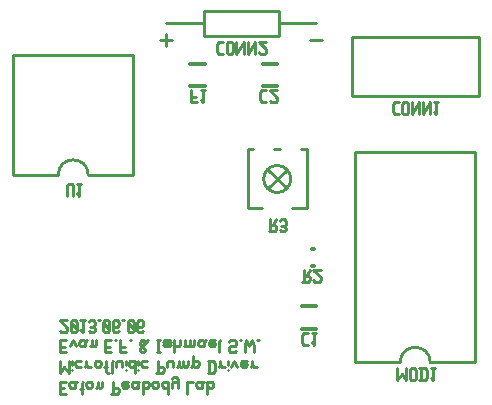
<source format=gbr>
G04 start of page 9 for group -4078 idx -4078 *
G04 Title: (unknown), bottomsilk *
G04 Creator: pcb 20110918 *
G04 CreationDate: Mon Jun 10 22:15:59 2013 UTC *
G04 For: fosse *
G04 Format: Gerber/RS-274X *
G04 PCB-Dimensions: 200000 148000 *
G04 PCB-Coordinate-Origin: lower left *
%MOIN*%
%FSLAX25Y25*%
%LNBOTTOMSILK*%
%ADD80C,0.0130*%
%ADD79C,0.0100*%
G54D79*X30000Y12300D02*X31500D01*
X30000Y14500D02*X32000D01*
X30000Y10500D02*Y14500D01*
Y10500D02*X32000D01*
X34700Y12500D02*X35200Y13000D01*
X33700Y12500D02*X34700D01*
X33200Y13000D02*X33700Y12500D01*
X33200Y13000D02*Y14000D01*
X33700Y14500D01*
X35200Y12500D02*Y14000D01*
X35700Y14500D01*
X33700D02*X34700D01*
X35200Y14000D01*
X37400Y10500D02*Y14000D01*
X37900Y14500D01*
X36900Y12000D02*X37900D01*
X38900Y13000D02*Y14000D01*
Y13000D02*X39400Y12500D01*
X40400D01*
X40900Y13000D01*
Y14000D01*
X40400Y14500D02*X40900Y14000D01*
X39400Y14500D02*X40400D01*
X38900Y14000D02*X39400Y14500D01*
X42600Y13000D02*Y14500D01*
Y13000D02*X43100Y12500D01*
X43600D01*
X44100Y13000D01*
Y14500D01*
X42100Y12500D02*X42600Y13000D01*
X47600Y10500D02*Y14500D01*
X47100Y10500D02*X49100D01*
X49600Y11000D01*
Y12000D01*
X49100Y12500D02*X49600Y12000D01*
X47600Y12500D02*X49100D01*
X51300Y14500D02*X52800D01*
X50800Y14000D02*X51300Y14500D01*
X50800Y13000D02*Y14000D01*
Y13000D02*X51300Y12500D01*
X52300D01*
X52800Y13000D01*
X50800Y13500D02*X52800D01*
Y13000D02*Y13500D01*
X55500Y12500D02*X56000Y13000D01*
X54500Y12500D02*X55500D01*
X54000Y13000D02*X54500Y12500D01*
X54000Y13000D02*Y14000D01*
X54500Y14500D01*
X56000Y12500D02*Y14000D01*
X56500Y14500D01*
X54500D02*X55500D01*
X56000Y14000D01*
X57700Y10500D02*Y14500D01*
Y14000D02*X58200Y14500D01*
X59200D01*
X59700Y14000D01*
Y13000D02*Y14000D01*
X59200Y12500D02*X59700Y13000D01*
X58200Y12500D02*X59200D01*
X57700Y13000D02*X58200Y12500D01*
X60900Y13000D02*Y14000D01*
Y13000D02*X61400Y12500D01*
X62400D01*
X62900Y13000D01*
Y14000D01*
X62400Y14500D02*X62900Y14000D01*
X61400Y14500D02*X62400D01*
X60900Y14000D02*X61400Y14500D01*
X66100Y10500D02*Y14500D01*
X65600D02*X66100Y14000D01*
X64600Y14500D02*X65600D01*
X64100Y14000D02*X64600Y14500D01*
X64100Y13000D02*Y14000D01*
Y13000D02*X64600Y12500D01*
X65600D01*
X66100Y13000D01*
X67300Y12500D02*Y14000D01*
X67800Y14500D01*
X69300Y12500D02*Y15500D01*
X68800Y16000D02*X69300Y15500D01*
X67800Y16000D02*X68800D01*
X67300Y15500D02*X67800Y16000D01*
Y14500D02*X68800D01*
X69300Y14000D01*
X72300Y10500D02*Y14500D01*
X74300D01*
X77000Y12500D02*X77500Y13000D01*
X76000Y12500D02*X77000D01*
X75500Y13000D02*X76000Y12500D01*
X75500Y13000D02*Y14000D01*
X76000Y14500D01*
X77500Y12500D02*Y14000D01*
X78000Y14500D01*
X76000D02*X77000D01*
X77500Y14000D01*
X79200Y10500D02*Y14500D01*
Y14000D02*X79700Y14500D01*
X80700D01*
X81200Y14000D01*
Y13000D02*Y14000D01*
X80700Y12500D02*X81200Y13000D01*
X79700Y12500D02*X80700D01*
X79200Y13000D02*X79700Y12500D01*
X30000Y31500D02*X30500Y31000D01*
X32000D01*
X32500Y31500D01*
Y32500D01*
X30000Y35000D02*X32500Y32500D01*
X30000Y35000D02*X32500D01*
X33700Y34500D02*X34200Y35000D01*
X33700Y31500D02*Y34500D01*
Y31500D02*X34200Y31000D01*
X35200D01*
X35700Y31500D01*
Y34500D01*
X35200Y35000D02*X35700Y34500D01*
X34200Y35000D02*X35200D01*
X33700Y34000D02*X35700Y32000D01*
X36900Y31800D02*X37700Y31000D01*
Y35000D01*
X36900D02*X38400D01*
X39600Y31500D02*X40100Y31000D01*
X41100D01*
X41600Y31500D01*
X41100Y35000D02*X41600Y34500D01*
X40100Y35000D02*X41100D01*
X39600Y34500D02*X40100Y35000D01*
Y32800D02*X41100D01*
X41600Y31500D02*Y32300D01*
Y33300D02*Y34500D01*
Y33300D02*X41100Y32800D01*
X41600Y32300D02*X41100Y32800D01*
X42800Y35000D02*X43300D01*
X44500Y34500D02*X45000Y35000D01*
X44500Y31500D02*Y34500D01*
Y31500D02*X45000Y31000D01*
X46000D01*
X46500Y31500D01*
Y34500D01*
X46000Y35000D02*X46500Y34500D01*
X45000Y35000D02*X46000D01*
X44500Y34000D02*X46500Y32000D01*
X49200Y31000D02*X49700Y31500D01*
X48200Y31000D02*X49200D01*
X47700Y31500D02*X48200Y31000D01*
X47700Y31500D02*Y34500D01*
X48200Y35000D01*
X49200Y32800D02*X49700Y33300D01*
X47700Y32800D02*X49200D01*
X48200Y35000D02*X49200D01*
X49700Y34500D01*
Y33300D02*Y34500D01*
X50900Y35000D02*X51400D01*
X52600Y34500D02*X53100Y35000D01*
X52600Y31500D02*Y34500D01*
Y31500D02*X53100Y31000D01*
X54100D01*
X54600Y31500D01*
Y34500D01*
X54100Y35000D02*X54600Y34500D01*
X53100Y35000D02*X54100D01*
X52600Y34000D02*X54600Y32000D01*
X57300Y31000D02*X57800Y31500D01*
X56300Y31000D02*X57300D01*
X55800Y31500D02*X56300Y31000D01*
X55800Y31500D02*Y34500D01*
X56300Y35000D01*
X57300Y32800D02*X57800Y33300D01*
X55800Y32800D02*X57300D01*
X56300Y35000D02*X57300D01*
X57800Y34500D01*
Y33300D02*Y34500D01*
X30112Y26209D02*X31612D01*
X30112Y28409D02*X32112D01*
X30112Y24409D02*Y28409D01*
Y24409D02*X32112D01*
X33312Y26409D02*X34312Y28409D01*
X35312Y26409D02*X34312Y28409D01*
X38012Y26409D02*X38512Y26909D01*
X37012Y26409D02*X38012D01*
X36512Y26909D02*X37012Y26409D01*
X36512Y26909D02*Y27909D01*
X37012Y28409D01*
X38512Y26409D02*Y27909D01*
X39012Y28409D01*
X37012D02*X38012D01*
X38512Y27909D01*
X40712Y26909D02*Y28409D01*
Y26909D02*X41212Y26409D01*
X41712D01*
X42212Y26909D01*
Y28409D01*
X40212Y26409D02*X40712Y26909D01*
X45212Y26209D02*X46712D01*
X45212Y28409D02*X47212D01*
X45212Y24409D02*Y28409D01*
Y24409D02*X47212D01*
X48412Y28409D02*X48912D01*
X50112Y24409D02*Y28409D01*
Y24409D02*X52112D01*
X50112Y26209D02*X51612D01*
X53312Y28409D02*X53812D01*
X56812Y27909D02*X57312Y28409D01*
X56812Y24909D02*Y25909D01*
Y24909D02*X57312Y24409D01*
X56812Y26909D02*X58312Y25409D01*
X57312Y28409D02*X57812D01*
X58812Y27409D01*
X56812Y25909D02*X59312Y28409D01*
X57312Y24409D02*X57812D01*
X58312Y24909D01*
Y25409D01*
X56812Y26909D02*Y27909D01*
X62312Y24409D02*X63312D01*
X62812D02*Y28409D01*
X62312D02*X63312D01*
X65012D02*X66512D01*
X67012Y27909D01*
X66512Y27409D02*X67012Y27909D01*
X65012Y27409D02*X66512D01*
X64512Y26909D02*X65012Y27409D01*
X64512Y26909D02*X65012Y26409D01*
X66512D01*
X67012Y26909D01*
X64512Y27909D02*X65012Y28409D01*
X68212Y24409D02*Y28409D01*
Y26909D02*X68712Y26409D01*
X69712D01*
X70212Y26909D01*
Y28409D01*
X71912Y26909D02*Y28409D01*
Y26909D02*X72412Y26409D01*
X72912D01*
X73412Y26909D01*
Y28409D01*
Y26909D02*X73912Y26409D01*
X74412D01*
X74912Y26909D01*
Y28409D01*
X71412Y26409D02*X71912Y26909D01*
X77612Y26409D02*X78112Y26909D01*
X76612Y26409D02*X77612D01*
X76112Y26909D02*X76612Y26409D01*
X76112Y26909D02*Y27909D01*
X76612Y28409D01*
X78112Y26409D02*Y27909D01*
X78612Y28409D01*
X76612D02*X77612D01*
X78112Y27909D01*
X80312Y28409D02*X81812D01*
X79812Y27909D02*X80312Y28409D01*
X79812Y26909D02*Y27909D01*
Y26909D02*X80312Y26409D01*
X81312D01*
X81812Y26909D01*
X79812Y27409D02*X81812D01*
Y26909D02*Y27409D01*
X83012Y24409D02*Y27909D01*
X83512Y28409D01*
X88312Y24409D02*X88812Y24909D01*
X86812Y24409D02*X88312D01*
X86312Y24909D02*X86812Y24409D01*
X86312Y24909D02*Y25909D01*
X86812Y26409D01*
X88312D01*
X88812Y26909D01*
Y27909D01*
X88312Y28409D02*X88812Y27909D01*
X86812Y28409D02*X88312D01*
X86312Y27909D02*X86812Y28409D01*
X90012D02*X90512D01*
X91712Y24409D02*Y26409D01*
X92212Y28409D01*
X93212Y26409D01*
X94212Y28409D01*
X94712Y26409D01*
Y24409D02*Y26409D01*
X95912Y28409D02*X96412D01*
X30000Y17500D02*Y21500D01*
Y17500D02*X31500Y19500D01*
X33000Y17500D01*
Y21500D01*
X34200Y18500D02*Y18600D01*
Y20000D02*Y21500D01*
X35700Y19500D02*X37200D01*
X35200Y20000D02*X35700Y19500D01*
X35200Y20000D02*Y21000D01*
X35700Y21500D01*
X37200D01*
X38900Y20000D02*Y21500D01*
Y20000D02*X39400Y19500D01*
X40400D01*
X38400D02*X38900Y20000D01*
X41600D02*Y21000D01*
Y20000D02*X42100Y19500D01*
X43100D01*
X43600Y20000D01*
Y21000D01*
X43100Y21500D02*X43600Y21000D01*
X42100Y21500D02*X43100D01*
X41600Y21000D02*X42100Y21500D01*
X45300Y18000D02*Y21500D01*
Y18000D02*X45800Y17500D01*
X46300D01*
X44800Y19500D02*X45800D01*
X47300Y17500D02*Y21000D01*
X47800Y21500D01*
X48800Y19500D02*Y21000D01*
X49300Y21500D01*
X50300D01*
X50800Y21000D01*
Y19500D02*Y21000D01*
X52000Y18500D02*Y18600D01*
Y20000D02*Y21500D01*
X55000Y17500D02*Y21500D01*
X54500D02*X55000Y21000D01*
X53500Y21500D02*X54500D01*
X53000Y21000D02*X53500Y21500D01*
X53000Y20000D02*Y21000D01*
Y20000D02*X53500Y19500D01*
X54500D01*
X55000Y20000D01*
X56200Y18500D02*Y18600D01*
Y20000D02*Y21500D01*
X57700Y19500D02*X59200D01*
X57200Y20000D02*X57700Y19500D01*
X57200Y20000D02*Y21000D01*
X57700Y21500D01*
X59200D01*
X62700Y17500D02*Y21500D01*
X62200Y17500D02*X64200D01*
X64700Y18000D01*
Y19000D01*
X64200Y19500D02*X64700Y19000D01*
X62700Y19500D02*X64200D01*
X65900D02*Y21000D01*
X66400Y21500D01*
X67400D01*
X67900Y21000D01*
Y19500D02*Y21000D01*
X69600Y20000D02*Y21500D01*
Y20000D02*X70100Y19500D01*
X70600D01*
X71100Y20000D01*
Y21500D01*
Y20000D02*X71600Y19500D01*
X72100D01*
X72600Y20000D01*
Y21500D01*
X69100Y19500D02*X69600Y20000D01*
X74300D02*Y23000D01*
X73800Y19500D02*X74300Y20000D01*
X74800Y19500D01*
X75800D01*
X76300Y20000D01*
Y21000D01*
X75800Y21500D02*X76300Y21000D01*
X74800Y21500D02*X75800D01*
X74300Y21000D02*X74800Y21500D01*
X79800Y17500D02*Y21500D01*
X81100Y17500D02*X81800Y18200D01*
Y20800D01*
X81100Y21500D02*X81800Y20800D01*
X79300Y21500D02*X81100D01*
X79300Y17500D02*X81100D01*
X83500Y20000D02*Y21500D01*
Y20000D02*X84000Y19500D01*
X85000D01*
X83000D02*X83500Y20000D01*
X86200Y18500D02*Y18600D01*
Y20000D02*Y21500D01*
X87200Y19500D02*X88200Y21500D01*
X89200Y19500D02*X88200Y21500D01*
X90900D02*X92400D01*
X90400Y21000D02*X90900Y21500D01*
X90400Y20000D02*Y21000D01*
Y20000D02*X90900Y19500D01*
X91900D01*
X92400Y20000D01*
X90400Y20500D02*X92400D01*
Y20000D02*Y20500D01*
X94100Y20000D02*Y21500D01*
Y20000D02*X94600Y19500D01*
X95600D01*
X93600D02*X94100Y20000D01*
G54D80*X110638Y32260D02*X115362D01*
X110638Y39740D02*X115362D01*
G54D79*X92629Y72283D02*Y91968D01*
X112315D02*Y72283D01*
X92629D02*X97551D01*
X112315D02*X107393D01*
X92629Y91968D02*X94401D01*
X101488D02*X103456D01*
X112315D02*X110543D01*
X99322Y78976D02*X105622Y85276D01*
Y78976D02*X99322Y85276D01*
X102472Y77598D02*G75*G03X107000Y82126I0J4528D01*G01*
X97944D02*G75*G03X102472Y77598I4528J0D01*G01*
Y86654D02*G75*G03X97944Y82126I0J-4528D01*G01*
X107000D02*G75*G03X102472Y86654I-4528J0D01*G01*
G54D80*X114064Y53251D02*X114850D01*
X114064Y58761D02*X114850D01*
G54D79*X128500Y21000D02*Y91000D01*
X168500D02*X128500D01*
X168500Y21000D02*Y91000D01*
X143500Y21000D02*X128500D01*
X168500D02*X153500D01*
G75*G03X143500Y21000I-5000J0D01*G01*
X127362Y129491D02*Y109806D01*
X169685D01*
X127362Y129491D02*X169685D01*
Y109806D02*Y129491D01*
X65500Y134000D02*X78000D01*
X103000D02*X115500D01*
X78000Y129900D02*X103000D01*
Y138100D01*
X78000D01*
Y129900D01*
X65500Y126300D02*Y130300D01*
X63500Y128300D02*X67500D01*
X113500D02*X117500D01*
G54D80*X73569Y113039D02*X78293D01*
X73569Y120519D02*X78293D01*
X97664Y113086D02*X102388D01*
X97664Y120566D02*X102388D01*
G54D79*X14500Y83500D02*Y123500D01*
X54500D02*X14500D01*
X54500Y83500D02*Y123500D01*
X29500Y83500D02*X14500D01*
X54500D02*X39500D01*
G75*G03X29500Y83500I-5000J0D01*G01*
X99716Y64622D02*X101716D01*
X102216Y65122D01*
Y66122D01*
X101716Y66622D02*X102216Y66122D01*
X100216Y66622D02*X101716D01*
X100216Y64622D02*Y68622D01*
X101016Y66622D02*X102216Y68622D01*
X103416Y65122D02*X103916Y64622D01*
X104916D01*
X105416Y65122D01*
X104916Y68622D02*X105416Y68122D01*
X103916Y68622D02*X104916D01*
X103416Y68122D02*X103916Y68622D01*
Y66422D02*X104916D01*
X105416Y65122D02*Y65922D01*
Y66922D02*Y68122D01*
Y66922D02*X104916Y66422D01*
X105416Y65922D02*X104916Y66422D01*
X110850Y47856D02*X112850D01*
X113350Y48356D01*
Y49356D01*
X112850Y49856D02*X113350Y49356D01*
X111350Y49856D02*X112850D01*
X111350Y47856D02*Y51856D01*
X112150Y49856D02*X113350Y51856D01*
X114550Y48356D02*X115050Y47856D01*
X116550D01*
X117050Y48356D01*
Y49356D01*
X114550Y51856D02*X117050Y49356D01*
X114550Y51856D02*X117050D01*
X111550Y30850D02*X112850D01*
X110850Y30150D02*X111550Y30850D01*
X110850Y27550D02*Y30150D01*
Y27550D02*X111550Y26850D01*
X112850D01*
X114050Y27650D02*X114850Y26850D01*
Y30850D01*
X114050D02*X115550D01*
X142500Y15000D02*Y19000D01*
Y15000D02*X144000Y17000D01*
X145500Y15000D01*
Y19000D01*
X146700Y15500D02*Y18500D01*
Y15500D02*X147200Y15000D01*
X148200D01*
X148700Y15500D01*
Y18500D01*
X148200Y19000D02*X148700Y18500D01*
X147200Y19000D02*X148200D01*
X146700Y18500D02*X147200Y19000D01*
X150400Y15000D02*Y19000D01*
X151700Y15000D02*X152400Y15700D01*
Y18300D01*
X151700Y19000D02*X152400Y18300D01*
X149900Y19000D02*X151700D01*
X149900Y15000D02*X151700D01*
X153600Y15800D02*X154400Y15000D01*
Y19000D01*
X153600D02*X155100D01*
X141645Y107720D02*X142945D01*
X140945Y107020D02*X141645Y107720D01*
X140945Y104420D02*Y107020D01*
Y104420D02*X141645Y103720D01*
X142945D01*
X144145Y104220D02*Y107220D01*
Y104220D02*X144645Y103720D01*
X145645D01*
X146145Y104220D01*
Y107220D01*
X145645Y107720D02*X146145Y107220D01*
X144645Y107720D02*X145645D01*
X144145Y107220D02*X144645Y107720D01*
X147345Y103720D02*Y107720D01*
Y103720D02*X149845Y107720D01*
Y103720D02*Y107720D01*
X151045Y103720D02*Y107720D01*
Y103720D02*X153545Y107720D01*
Y103720D02*Y107720D01*
X154745Y104520D02*X155545Y103720D01*
Y107720D01*
X154745D02*X156245D01*
X83200Y127900D02*X84500D01*
X82500Y127200D02*X83200Y127900D01*
X82500Y124600D02*Y127200D01*
Y124600D02*X83200Y123900D01*
X84500D01*
X85700Y124400D02*Y127400D01*
Y124400D02*X86200Y123900D01*
X87200D01*
X87700Y124400D01*
Y127400D01*
X87200Y127900D02*X87700Y127400D01*
X86200Y127900D02*X87200D01*
X85700Y127400D02*X86200Y127900D01*
X88900Y123900D02*Y127900D01*
Y123900D02*X91400Y127900D01*
Y123900D02*Y127900D01*
X92600Y123900D02*Y127900D01*
Y123900D02*X95100Y127900D01*
Y123900D02*Y127900D01*
X96300Y124400D02*X96800Y123900D01*
X98300D01*
X98800Y124400D01*
Y125400D01*
X96300Y127900D02*X98800Y125400D01*
X96300Y127900D02*X98800D01*
X73781Y107629D02*Y111629D01*
Y107629D02*X75781D01*
X73781Y109429D02*X75281D01*
X76981Y108429D02*X77781Y107629D01*
Y111629D01*
X76981D02*X78481D01*
X97576Y111676D02*X98876D01*
X96876Y110976D02*X97576Y111676D01*
X96876Y108376D02*Y110976D01*
Y108376D02*X97576Y107676D01*
X98876D01*
X100076Y108176D02*X100576Y107676D01*
X102076D01*
X102576Y108176D01*
Y109176D01*
X100076Y111676D02*X102576Y109176D01*
X100076Y111676D02*X102576D01*
X32500Y76500D02*Y80000D01*
X33000Y80500D01*
X34000D01*
X34500Y80000D01*
Y76500D02*Y80000D01*
X35700Y77300D02*X36500Y76500D01*
Y80500D01*
X35700D02*X37200D01*
M02*

</source>
